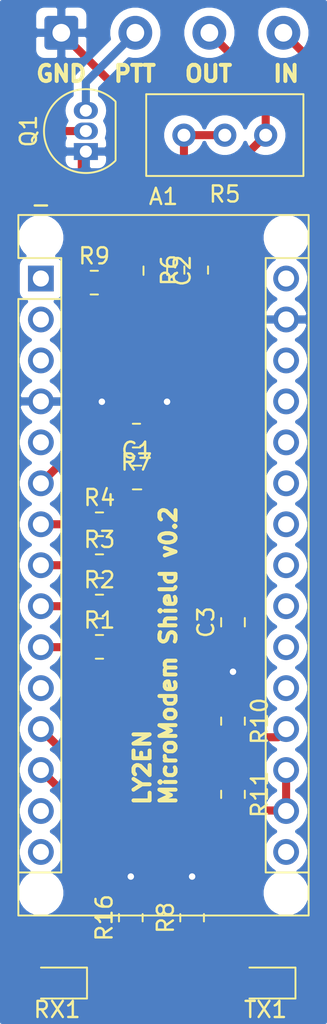
<source format=kicad_pcb>
(kicad_pcb (version 20211014) (generator pcbnew)
  (layers (0 "F.Cu" signal) (31 "B.Cu" signal) (34 "B.Paste" user) (35 "F.Paste" user) (36 "B.SilkS" user "B.Silkscreen") (37 "F.SilkS" user "F.Silkscreen") (38 "B.Mask" user) (39 "F.Mask" user) (44 "Edge.Cuts" user))
  (net 0 "")
  (net 1 "Net-(A1-Pad16)")
  (net 2 "Net-(A1-Pad15)")
  (net 3 "Net-(A1-Pad30)")
  (net 4 "Net-(A1-Pad14)")
  (net 5 "Net-(A1-Pad13)")
  (net 6 "Net-(A1-Pad28)")
  (net 7 "Net-(A1-Pad12)")
  (net 8 "Net-(A1-Pad27)")
  (net 9 "Net-(A1-Pad11)")
  (net 10 "Net-(A1-Pad26)")
  (net 11 "Net-(A1-Pad10)")
  (net 12 "Net-(A1-Pad25)")
  (net 13 "Net-(A1-Pad9)")
  (net 14 "Net-(A1-Pad24)")
  (net 15 "Net-(A1-Pad8)")
  (net 16 "Net-(A1-Pad23)")
  (net 17 "Net-(A1-Pad7)")
  (net 18 "Net-(A1-Pad22)")
  (net 19 "Net-(A1-Pad6)")
  (net 20 "Net-(A1-Pad21)")
  (net 21 "Net-(A1-Pad5)")
  (net 22 "Net-(A1-Pad20)")
  (net 23 "Net-(A1-Pad19)")
  (net 24 "Net-(A1-Pad3)")
  (net 25 "Net-(A1-Pad17)")
  (net 26 "Net-(A1-Pad2)")
  (net 27 "Net-(A1-Pad1)")
  (net 28 "GND")
  (net 29 "Net-(C1-Pad1)")
  (net 30 "Net-(C2-Pad1)")
  (net 31 "ANALOG_IN")
  (net 32 "PTT_V+")
  (net 33 "ANALOG_OUT")
  (net 34 "Net-(R8-Pad1)")
  (net 35 "Net-(R16-Pad1)")
  (footprint "Capacitor_SMD:C_0805_2012Metric_Pad1.18x1.45mm_HandSolder" (layer "F.Cu") (at 92.3375 60.6)
    (fp_text reference "C1" (at 0 -1.68) (layer "F.SilkS"))
    (fp_text value "100nF")
    (fp_line (start -0.261252 0.735) (end 0.261252 0.735) (layer "F.SilkS") (width 0.12))
    (fp_line (start -0.261252 -0.735) (end 0.261252 -0.735) (layer "F.SilkS") (width 0.12))
    (pad "1" smd roundrect locked (at -1.0375 0) (size 1.175 1.45) (layers "F.Cu" "F.Paste" "F.Mask") (roundrect_rratio 0.212766) (net 29 "Net-(C1-Pad1)"))
    (pad "2" smd roundrect locked (at 1.0375 0) (size 1.175 1.45) (layers "F.Cu" "F.Paste" "F.Mask") (roundrect_rratio 0.212766) (net 28 "GND"))
  )
  (footprint "Capacitor_SMD:C_0805_2012Metric_Pad1.18x1.45mm_HandSolder" (layer "F.Cu") (at 98.298 69.5745 90)
    (fp_text reference "C3" (at 0 -1.68 90) (layer "F.SilkS"))
    (fp_text value "1uF")
    (fp_line (start -0.261252 -0.735) (end 0.261252 -0.735) (layer "F.SilkS") (width 0.12))
    (fp_line (start -0.261252 0.735) (end 0.261252 0.735) (layer "F.SilkS") (width 0.12))
    (pad "1" smd roundrect locked (at -1.0375 0 90) (size 1.175 1.45) (layers "F.Cu" "F.Paste" "F.Mask") (roundrect_rratio 0.212766) (net 23 "Net-(A1-Pad19)"))
    (pad "2" smd roundrect locked (at 1.0375 0 90) (size 1.175 1.45) (layers "F.Cu" "F.Paste" "F.Mask") (roundrect_rratio 0.212766) (net 31 "ANALOG_IN"))
  )
  (footprint "Potentiometer_THT:Potentiometer_Bourns_3296W_Vertical" (layer "F.Cu") (at 95.25 39.37 180)
    (fp_text reference "R5" (at -2.54 -3.66) (layer "F.SilkS"))
    (fp_text value "100k")
    (fp_line (start -7.425 -2.53) (end 2.345 -2.53) (layer "F.SilkS") (width 0.12))
    (fp_line (start -7.425 2.54) (end 2.345 2.54) (layer "F.SilkS") (width 0.12))
    (fp_line (start 2.345 -2.53) (end 2.345 2.54) (layer "F.SilkS") (width 0.12))
    (fp_line (start -7.425 -2.53) (end -7.425 2.54) (layer "F.SilkS") (width 0.12))
    (pad "1" thru_hole circle locked (at 0 0 180) (size 1.44 1.44) (drill 0.8) (layers *.Cu *.Mask) (net 30 "Net-(C2-Pad1)"))
    (pad "2" thru_hole circle locked (at -2.54 0 180) (size 1.44 1.44) (drill 0.8) (layers *.Cu *.Mask) (net 30 "Net-(C2-Pad1)"))
    (pad "3" thru_hole circle locked (at -5.08 0 180) (size 1.44 1.44) (drill 0.8) (layers *.Cu *.Mask) (net 33 "ANALOG_OUT"))
  )
  (footprint "Resistor_SMD:R_0805_2012Metric_Pad1.20x1.40mm_HandSolder" (layer "F.Cu") (at 92.3 58 180)
    (fp_text reference "R7" (at 0 -1.65) (layer "F.SilkS"))
    (fp_text value "270")
    (fp_line (start -0.227064 -0.735) (end 0.227064 -0.735) (layer "F.SilkS") (width 0.12))
    (fp_line (start -0.227064 0.735) (end 0.227064 0.735) (layer "F.SilkS") (width 0.12))
    (pad "1" smd roundrect locked (at -1 0 180) (size 1.2 1.4) (layers "F.Cu" "F.Paste" "F.Mask") (roundrect_rratio 0.208333) (net 28 "GND"))
    (pad "2" smd roundrect locked (at 1 0 180) (size 1.2 1.4) (layers "F.Cu" "F.Paste" "F.Mask") (roundrect_rratio 0.208333) (net 29 "Net-(C1-Pad1)"))
  )
  (footprint "Resistor_SMD:R_0805_2012Metric_Pad1.20x1.40mm_HandSolder" (layer "F.Cu") (at 95.758 87.9 90)
    (fp_text reference "R8" (at 0 -1.65 90) (layer "F.SilkS"))
    (fp_text value "270")
    (fp_line (start -0.227064 -0.735) (end 0.227064 -0.735) (layer "F.SilkS") (width 0.12))
    (fp_line (start -0.227064 0.735) (end 0.227064 0.735) (layer "F.SilkS") (width 0.12))
    (pad "1" smd roundrect locked (at -1 0 90) (size 1.2 1.4) (layers "F.Cu" "F.Paste" "F.Mask") (roundrect_rratio 0.208333) (net 34 "Net-(R8-Pad1)"))
    (pad "2" smd roundrect locked (at 1 0 90) (size 1.2 1.4) (layers "F.Cu" "F.Paste" "F.Mask") (roundrect_rratio 0.208333) (net 28 "GND"))
  )
  (footprint "Resistor_SMD:R_0805_2012Metric_Pad1.20x1.40mm_HandSolder" (layer "F.Cu") (at 98.298 80.248 -90)
    (fp_text reference "R11" (at 0 -1.65 90) (layer "F.SilkS"))
    (fp_text value "100k")
    (fp_line (start -0.227064 -0.735) (end 0.227064 -0.735) (layer "F.SilkS") (width 0.12))
    (fp_line (start -0.227064 0.735) (end 0.227064 0.735) (layer "F.SilkS") (width 0.12))
    (pad "1" smd roundrect locked (at -1 0 270) (size 1.2 1.4) (layers "F.Cu" "F.Paste" "F.Mask") (roundrect_rratio 0.208333) (net 23 "Net-(A1-Pad19)"))
    (pad "2" smd roundrect locked (at 1 0 270) (size 1.2 1.4) (layers "F.Cu" "F.Paste" "F.Mask") (roundrect_rratio 0.208333) (net 25 "Net-(A1-Pad17)"))
  )
  (footprint "Resistor_SMD:R_0805_2012Metric_Pad1.20x1.40mm_HandSolder" (layer "F.Cu") (at 91.948 87.9 90)
    (fp_text reference "R16" (at 0 -1.65 90) (layer "F.SilkS"))
    (fp_text value "1k")
    (fp_line (start -0.227064 -0.735) (end 0.227064 -0.735) (layer "F.SilkS") (width 0.12))
    (fp_line (start -0.227064 0.735) (end 0.227064 0.735) (layer "F.SilkS") (width 0.12))
    (pad "1" smd roundrect locked (at -1 0 90) (size 1.2 1.4) (layers "F.Cu" "F.Paste" "F.Mask") (roundrect_rratio 0.208333) (net 35 "Net-(R16-Pad1)"))
    (pad "2" smd roundrect locked (at 1 0 90) (size 1.2 1.4) (layers "F.Cu" "F.Paste" "F.Mask") (roundrect_rratio 0.208333) (net 28 "GND"))
  )
  (footprint "LED_SMD:LED_0805_2012Metric_Pad1.15x1.40mm_HandSolder" (layer "F.Cu") (at 100.321 91.948 180)
    (fp_text reference "TX1" (at 0 -1.65) (layer "F.SilkS"))
    (fp_text value "LED")
    (fp_line (start 1 -0.96) (end -1.86 -0.96) (layer "F.SilkS") (width 0.12))
    (fp_line (start -1.86 0.96) (end 1 0.96) (layer "F.SilkS") (width 0.12))
    (fp_line (start -1.86 -0.96) (end -1.86 0.96) (layer "F.SilkS") (width 0.12))
    (pad "1" smd roundrect locked (at -1.025 0 180) (size 1.15 1.4) (layers "F.Cu" "F.Paste" "F.Mask") (roundrect_rratio 0.217391) (net 34 "Net-(R8-Pad1)"))
    (pad "2" smd roundrect locked (at 1.025 0 180) (size 1.15 1.4) (layers "F.Cu" "F.Paste" "F.Mask") (roundrect_rratio 0.217391) (net 7 "Net-(A1-Pad12)"))
  )
  (footprint "Capacitor_SMD:C_0805_2012Metric_Pad1.18x1.45mm_HandSolder" (layer "F.Cu") (at 93.472 47.7735 -90)
    (fp_text reference "C2" (at 0 -1.68 90) (layer "F.SilkS"))
    (fp_text value "4.7uF")
    (fp_line (start -0.261252 -0.735) (end 0.261252 -0.735) (layer "F.SilkS") (width 0.12))
    (fp_line (start -0.261252 0.735) (end 0.261252 0.735) (layer "F.SilkS") (width 0.12))
    (pad "1" smd roundrect locked (at -1.0375 0 270) (size 1.175 1.45) (layers "F.Cu" "F.Paste" "F.Mask") (roundrect_rratio 0.212766) (net 30 "Net-(C2-Pad1)"))
    (pad "2" smd roundrect locked (at 1.0375 0 270) (size 1.175 1.45) (layers "F.Cu" "F.Paste" "F.Mask") (roundrect_rratio 0.212766) (net 29 "Net-(C1-Pad1)"))
  )
  (footprint "Module:Arduino_Nano_WithMountingHoles" (layer "F.Cu") (at 86.36 48.26)
    (fp_text reference "A1" (at 7.62 -5.08) (layer "F.SilkS"))
    (fp_text value "Arduino_Nano_Every")
    (fp_line (start -1.4 1.27) (end -1.4 39.5) (layer "F.SilkS") (width 0.12))
    (fp_line (start 1.27 -1.27) (end -1.4 -1.27) (layer "F.SilkS") (width 0.12))
    (fp_line (start 16.64 39.5) (end 16.64 -3.94) (layer "F.SilkS") (width 0.12))
    (fp_line (start 13.97 -1.27) (end 13.97 36.83) (layer "F.SilkS") (width 0.12))
    (fp_line (start 16.64 -3.94) (end -1.4 -3.94) (layer "F.SilkS") (width 0.12))
    (fp_line (start 1.27 1.27) (end -1.4 1.27) (layer "F.SilkS") (width 0.12))
    (fp_line (start 1.27 36.83) (end -1.4 36.83) (layer "F.SilkS") (width 0.12))
    (fp_line (start 1.27 1.27) (end 1.27 -1.27) (layer "F.SilkS") (width 0.12))
    (fp_line (start 1.27 1.27) (end 1.27 36.83) (layer "F.SilkS") (width 0.12))
    (fp_line (start 13.97 36.83) (end 16.64 36.83) (layer "F.SilkS") (width 0.12))
    (fp_line (start -1.4 39.5) (end 16.64 39.5) (layer "F.SilkS") (width 0.12))
    (fp_line (start -1.4 -3.94) (end -1.4 -1.27) (layer "F.SilkS") (width 0.12))
    (fp_line (start 13.97 -1.27) (end 16.64 -1.27) (layer "F.SilkS") (width 0.12))
    (pad "" np_thru_hole circle locked (at 0 38.1) (size 1.78 1.78) (drill 1.78) (layers *.Cu *.Mask))
    (pad "" np_thru_hole circle locked (at 15.24 -2.54) (size 1.78 1.78) (drill 1.78) (layers *.Cu *.Mask))
    (pad "" np_thru_hole circle locked (at 0 -2.54) (size 1.78 1.78) (drill 1.78) (layers *.Cu *.Mask))
    (pad "" np_thru_hole circle locked (at 15.24 38.1) (size 1.78 1.78) (drill 1.78) (layers *.Cu *.Mask))
    (pad "1" thru_hole rect locked (at 0 0) (size 1.6 1.6) (drill 1) (layers *.Cu *.Mask) (net 27 "Net-(A1-Pad1)"))
    (pad "2" thru_hole oval locked (at 0 2.54) (size 1.6 1.6) (drill 1) (layers *.Cu *.Mask) (net 26 "Net-(A1-Pad2)"))
    (pad "3" thru_hole oval locked (at 0 5.08) (size 1.6 1.6) (drill 1) (layers *.Cu *.Mask) (net 24 "Net-(A1-Pad3)"))
    (pad "4" thru_hole oval locked (at 0 7.62) (size 1.6 1.6) (drill 1) (layers *.Cu *.Mask) (net 28 "GND"))
    (pad "5" thru_hole oval locked (at 0 10.16) (size 1.6 1.6) (drill 1) (layers *.Cu *.Mask) (net 21 "Net-(A1-Pad5)"))
    (pad "6" thru_hole oval locked (at 0 12.7) (size 1.6 1.6) (drill 1) (layers *.Cu *.Mask) (net 19 "Net-(A1-Pad6)"))
    (pad "7" thru_hole oval locked (at 0 15.24) (size 1.6 1.6) (drill 1) (layers *.Cu *.Mask) (net 17 "Net-(A1-Pad7)"))
    (pad "8" thru_hole oval locked (at 0 17.78) (size 1.6 1.6) (drill 1) (layers *.Cu *.Mask) (net 15 "Net-(A1-Pad8)"))
    (pad "9" thru_hole oval locked (at 0 20.32) (size 1.6 1.6) (drill 1) (layers *.Cu *.Mask) (net 13 "Net-(A1-Pad9)"))
    (pad "10" thru_hole oval locked (at 0 22.86) (size 1.6 1.6) (drill 1) (layers *.Cu *.Mask) (net 11 "Net-(A1-Pad10)"))
    (pad "11" thru_hole oval locked (at 0 25.4) (size 1.6 1.6) (drill 1) (layers *.Cu *.Mask) (net 9 "Net-(A1-Pad11)"))
    (pad "12" thru_hole oval locked (at 0 27.94) (size 1.6 1.6) (drill 1) (layers *.Cu *.Mask) (net 7 "Net-(A1-Pad12)"))
    (pad "13" thru_hole oval locked (at 0 30.48) (size 1.6 1.6) (drill 1) (layers *.Cu *.Mask) (net 5 "Net-(A1-Pad13)"))
    (pad "14" thru_hole oval locked (at 0 33.02) (size 1.6 1.6) (drill 1) (layers *.Cu *.Mask) (net 4 "Net-(A1-Pad14)"))
    (pad "15" thru_hole oval locked (at 0 35.56) (size 1.6 1.6) (drill 1) (layers *.Cu *.Mask) (net 2 "Net-(A1-Pad15)"))
    (pad "16" thru_hole oval locked (at 15.24 35.56) (size 1.6 1.6) (drill 1) (layers *.Cu *.Mask) (net 1 "Net-(A1-Pad16)"))
    (pad "17" thru_hole oval locked (at 15.24 33.02) (size 1.6 1.6) (drill 1) (layers *.Cu *.Mask) (net 25 "Net-(A1-Pad17)"))
    (pad "18" thru_hole oval locked (at 15.24 30.48) (size 1.6 1.6) (drill 1) (layers *.Cu *.Mask) (net 25 "Net-(A1-Pad17)"))
    (pad "19" thru_hole oval locked (at 15.24 27.94) (size 1.6 1.6) (drill 1) (layers *.Cu *.Mask) (net 23 "Net-(A1-Pad19)"))
    (pad "20" thru_hole oval locked (at 15.24 25.4) (size 1.6 1.6) (drill 1) (layers *.Cu *.Mask) (net 22 "Net-(A1-Pad20)"))
    (pad "21" thru_hole oval locked (at 15.24 22.86) (size 1.6 1.6) (drill 1) (layers *.Cu *.Mask) (net 20 "Net-(A1-Pad21)"))
    (pad "22" thru_hole oval locked (at 15.24 20.32) (size 1.6 1.6) (drill 1) (layers *.Cu *.Mask) (net 18 "Net-(A1-Pad22)"))
    (pad "23" thru_hole oval locked (at 15.24 17.78) (size 1.6 1.6) (drill 1) (layers *.Cu *.Mask) (net 16 "Net-(A1-Pad23)"))
    (pad "24" thru_hole oval locked (at 15.24 15.24) (size 1.6 1.6) (drill 1) (layers *.Cu *.Mask) (net 14 "Net-(A1-Pad24)"))
    (pad "25" thru_hole oval locked (at 15.24 12.7) (size 1.6 1.6) (drill 1) (layers *.Cu *.Mask) (net 12 "Net-(A1-Pad25)"))
    (pad "26" thru_hole oval locked (at 15.24 10.16) (size 1.6 1.6) (drill 1) (layers *.Cu *.Mask) (net 10 "Net-(A1-Pad26)"))
    (pad "27" thru_hole oval locked (at 15.24 7.62) (size 1.6 1.6) (drill 1) (layers *.Cu *.Mask) (net 8 "Net-(A1-Pad27)"))
    (pad "28" thru_hole oval locked (at 15.24 5.08) (size 1.6 1.6) (drill 1) (layers *.Cu *.Mask) (net 6 "Net-(A1-Pad28)"))
    (pad "29" thru_hole oval locked (at 15.24 2.54) (size 1.6 1.6) (drill 1) (layers *.Cu *.Mask) (net 28 "GND"))
    (pad "30" thru_hole oval locked (at 15.24 0) (size 1.6 1.6) (drill 1) (layers *.Cu *.Mask) (net 3 "Net-(A1-Pad30)"))
  )
  (footprint "Resistor_SMD:R_0805_2012Metric_Pad1.20x1.40mm_HandSolder" (layer "F.Cu") (at 96.012 47.736 90)
    (fp_text reference "R6" (at 0 -1.65 90) (layer "F.SilkS"))
    (fp_text value "1k")
    (fp_line (start -0.227064 0.735) (end 0.227064 0.735) (layer "F.SilkS") (width 0.12))
    (fp_line (start -0.227064 -0.735) (end 0.227064 -0.735) (layer "F.SilkS") (width 0.12))
    (pad "1" smd roundrect locked (at -1 0 90) (size 1.2 1.4) (layers "F.Cu" "F.Paste" "F.Mask") (roundrect_rratio 0.208333) (net 28 "GND"))
    (pad "2" smd roundrect locked (at 1 0 90) (size 1.2 1.4) (layers "F.Cu" "F.Paste" "F.Mask") (roundrect_rratio 0.208333) (net 33 "ANALOG_OUT"))
  )
  (footprint "Resistor_SMD:R_0805_2012Metric_Pad1.20x1.40mm_HandSolder" (layer "F.Cu") (at 89.678 48.514)
    (fp_text reference "R9" (at 0 -1.65) (layer "F.SilkS"))
    (fp_text value "10k")
    (fp_line (start -0.227064 0.735) (end 0.227064 0.735) (layer "F.SilkS") (width 0.12))
    (fp_line (start -0.227064 -0.735) (end 0.227064 -0.735) (layer "F.SilkS") (width 0.12))
    (pad "1" smd roundrect locked (at -1 0) (size 1.2 1.4) (layers "F.Cu" "F.Paste" "F.Mask") (roundrect_rratio 0.208333) (net 19 "Net-(A1-Pad6)"))
    (pad "2" smd roundrect locked (at 1 0) (size 1.2 1.4) (layers "F.Cu" "F.Paste" "F.Mask") (roundrect_rratio 0.208333) (net 28 "GND"))
  )
  (footprint "Resistor_SMD:R_0805_2012Metric_Pad1.20x1.40mm_HandSolder" (layer "F.Cu") (at 90 71.1)
    (fp_text reference "R1" (at 0 -1.65) (layer "F.SilkS"))
    (fp_text value "1k")
    (fp_line (start -0.227064 0.735) (end 0.227064 0.735) (layer "F.SilkS") (width 0.12))
    (fp_line (start -0.227064 -0.735) (end 0.227064 -0.735) (layer "F.SilkS") (width 0.12))
    (pad "1" smd roundrect locked (at -1 0) (size 1.2 1.4) (layers "F.Cu" "F.Paste" "F.Mask") (roundrect_rratio 0.208333) (net 11 "Net-(A1-Pad10)"))
    (pad "2" smd roundrect locked (at 1 0) (size 1.2 1.4) (layers "F.Cu" "F.Paste" "F.Mask") (roundrect_rratio 0.208333) (net 29 "Net-(C1-Pad1)"))
  )
  (footprint "Resistor_SMD:R_0805_2012Metric_Pad1.20x1.40mm_HandSolder" (layer "F.Cu") (at 90 68.6)
    (fp_text reference "R2" (at 0 -1.65) (layer "F.SilkS"))
    (fp_text value "2k2")
    (fp_line (start -0.227064 -0.735) (end 0.227064 -0.735) (layer "F.SilkS") (width 0.12))
    (fp_line (start -0.227064 0.735) (end 0.227064 0.735) (layer "F.SilkS") (width 0.12))
    (pad "1" smd roundrect locked (at -1 0) (size 1.2 1.4) (layers "F.Cu" "F.Paste" "F.Mask") (roundrect_rratio 0.208333) (net 13 "Net-(A1-Pad9)"))
    (pad "2" smd roundrect locked (at 1 0) (size 1.2 1.4) (layers "F.Cu" "F.Paste" "F.Mask") (roundrect_rratio 0.208333) (net 29 "Net-(C1-Pad1)"))
  )
  (footprint "Resistor_SMD:R_0805_2012Metric_Pad1.20x1.40mm_HandSolder" (layer "F.Cu") (at 90 66.1)
    (fp_text reference "R3" (at 0 -1.65) (layer "F.SilkS"))
    (fp_text value "3k9")
    (fp_line (start -0.227064 0.735) (end 0.227064 0.735) (layer "F.SilkS") (width 0.12))
    (fp_line (start -0.227064 -0.735) (end 0.227064 -0.735) (layer "F.SilkS") (width 0.12))
    (pad "1" smd roundrect locked (at -1 0) (size 1.2 1.4) (layers "F.Cu" "F.Paste" "F.Mask") (roundrect_rratio 0.208333) (net 15 "Net-(A1-Pad8)"))
    (pad "2" smd roundrect locked (at 1 0) (size 1.2 1.4) (layers "F.Cu" "F.Paste" "F.Mask") (roundrect_rratio 0.208333) (net 29 "Net-(C1-Pad1)"))
  )
  (footprint "Resistor_SMD:R_0805_2012Metric_Pad1.20x1.40mm_HandSolder" (layer "F.Cu") (at 90 63.5)
    (fp_text reference "R4" (at 0 -1.65) (layer "F.SilkS"))
    (fp_text value "8k2")
    (fp_line (start -0.227064 0.735) (end 0.227064 0.735) (layer "F.SilkS") (width 0.12))
    (fp_line (start -0.227064 -0.735) (end 0.227064 -0.735) (layer "F.SilkS") (width 0.12))
    (pad "1" smd roundrect locked (at -1 0) (size 1.2 1.4) (layers "F.Cu" "F.Paste" "F.Mask") (roundrect_rratio 0.208333) (net 17 "Net-(A1-Pad7)"))
    (pad "2" smd roundrect locked (at 1 0) (size 1.2 1.4) (layers "F.Cu" "F.Paste" "F.Mask") (roundrect_rratio 0.208333) (net 29 "Net-(C1-Pad1)"))
  )
  (footprint "Resistor_SMD:R_0805_2012Metric_Pad1.20x1.40mm_HandSolder" (layer "F.Cu") (at 98.298 75.708 -90)
    (fp_text reference "R10" (at 0 -1.65 90) (layer "F.SilkS"))
    (fp_text value "100k")
    (fp_line (start -0.227064 -0.735) (end 0.227064 -0.735) (layer "F.SilkS") (width 0.12))
    (fp_line (start -0.227064 0.735) (end 0.227064 0.735) (layer "F.SilkS") (width 0.12))
    (pad "1" smd roundrect locked (at -1 0 270) (size 1.2 1.4) (layers "F.Cu" "F.Paste" "F.Mask") (roundrect_rratio 0.208333) (net 28 "GND"))
    (pad "2" smd roundrect locked (at 1 0 270) (size 1.2 1.4) (layers "F.Cu" "F.Paste" "F.Mask") (roundrect_rratio 0.208333) (net 23 "Net-(A1-Pad19)"))
  )
  (footprint "LED_SMD:LED_0805_2012Metric_Pad1.15x1.40mm_HandSolder" (layer "F.Cu") (at 87.367 91.948 180)
    (fp_text reference "RX1" (at 0 -1.65) (layer "F.SilkS"))
    (fp_text value "LED")
    (fp_line (start -1.86 -0.96) (end -1.86 0.96) (layer "F.SilkS") (width 0.12))
    (fp_line (start -1.86 0.96) (end 1 0.96) (layer "F.SilkS") (width 0.12))
    (fp_line (start 1 -0.96) (end -1.86 -0.96) (layer "F.SilkS") (width 0.12))
    (pad "1" smd roundrect locked (at -1.025 0 180) (size 1.15 1.4) (layers "F.Cu" "F.Paste" "F.Mask") (roundrect_rratio 0.217391) (net 35 "Net-(R16-Pad1)"))
    (pad "2" smd roundrect locked (at 1.025 0 180) (size 1.15 1.4) (layers "F.Cu" "F.Paste" "F.Mask") (roundrect_rratio 0.217391) (net 5 "Net-(A1-Pad13)"))
  )
  (footprint "Package_TO_SOT_THT:TO-92_Inline" (layer "F.Cu") (at 89.154 40.386 90)
    (fp_text reference "Q1" (at 1.27 -3.56 90) (layer "F.SilkS"))
    (fp_text value "2N7000")
    (fp_line (start -0.53 1.85) (end 3.07 1.85) (layer "F.SilkS") (width 0.12))
    (fp_arc (start 1.27 -2.6) (mid 3.672087 -0.994977) (end 3.108478 1.838478) (layer "F.SilkS") (width 0.12))
    (fp_arc (start -0.568478 1.838478) (mid -1.132087 -0.994977) (end 1.27 -2.6) (layer "F.SilkS") (width 0.12))
    (pad "1" thru_hole rect locked (at 0 0 90) (size 1.05 1.5) (drill 0.75) (layers *.Cu *.Mask) (net 28 "GND"))
    (pad "2" thru_hole oval locked (at 1.27 0 90) (size 1.05 1.5) (drill 0.75) (layers *.Cu *.Mask) (net 19 "Net-(A1-Pad6)"))
    (pad "3" thru_hole oval locked (at 2.54 0 90) (size 1.05 1.5) (drill 0.75) (layers *.Cu *.Mask) (net 32 "PTT_V+"))
  )
  (footprint "Connector_Wire:SolderWire-0.5sqmm_1x04_P4.6mm_D0.9mm_OD2.1mm" (layer "F.Cu") (at 87.63 33.02)
    (fp_text reference "_" (at -1.27 10.16) (layer "F.SilkS"))
    (fp_text value "SolderWire")
    (pad "1" thru_hole roundrect locked (at 0 0) (size 2.1 2.1) (drill 1.1) (layers *.Cu *.Mask) (roundrect_rratio 0.119048) (net 28 "GND"))
    (pad "2" thru_hole circle locked (at 4.6 0) (size 2.1 2.1) (drill 1.1) (layers *.Cu *.Mask) (net 32 "PTT_V+"))
    (pad "3" thru_hole circle locked (at 9.2 0) (size 2.1 2.1) (drill 1.1) (layers *.Cu *.Mask) (net 33 "ANALOG_OUT"))
    (pad "4" thru_hole circle locked (at 13.8 0) (size 2.1 2.1) (drill 1.1) (layers *.Cu *.Mask) (net 31 "ANALOG_IN"))
  )
  (gr_text "IN" (at 101.6 35.56) (layer "F.SilkS") (effects (font (size 1 1) (thickness 0.25))))
  (gr_text "GND" (at 87.63 35.56) (layer "F.SilkS") (effects (font (size 1 1) (thickness 0.25))))
  (gr_text "OUT" (at 96.774 35.56) (layer "F.SilkS") (effects (font (size 1 1) (thickness 0.25))))
  (gr_text "LY2EN \nMicroModem Shield v0.2" (at 93.472 81.026 90) (layer "F.SilkS") (effects (font (size 1 1) (thickness 0.25)) (justify left)))
  (gr_text "PTT" (at 92.202 35.56) (layer "F.SilkS") (effects (font (size 1 1) (thickness 0.25))))
  (segment (start 88.646 89.644) (end 86.342 91.948) (width 0.5) (layer "F.Cu") (net 5))
  (segment (start 88.646 81.026) (end 88.646 89.644) (width 0.5) (layer "F.Cu") (net 5))
  (segment (start 86.36 78.74) (end 88.646 81.026) (width 0.5) (layer "F.Cu") (net 5))
  (segment (start 99.296 91.948) (end 97.282 91.948) (width 0.5) (layer "F.Cu") (net 7))
  (segment (start 93.98 83.82) (end 93.98 89.662) (width 0.5) (layer "F.Cu") (net 7))
  (segment (start 97.282 91.948) (end 97.19281 91.948) (width 0.5) (layer "F.Cu") (net 7))
  (segment (start 96.266 91.948) (end 97.282 91.948) (width 0.5) (layer "F.Cu") (net 7))
  (segment (start 93.98 89.662) (end 96.266 91.948) (width 0.5) (layer "F.Cu") (net 7))
  (segment (start 86.36 76.2) (end 93.98 83.82) (width 0.5) (layer "F.Cu") (net 7))
  (segment (start 88.98 71.12) (end 89 71.1) (width 0.5) (layer "F.Cu") (net 11))
  (segment (start 86.16 71.32) (end 86.36 71.12) (width 0.5) (layer "F.Cu") (net 11))
  (segment (start 86.36 71.12) (end 88.98 71.12) (width 0.5) (layer "F.Cu") (net 11))
  (segment (start 86.36 68.58) (end 88.98 68.58) (width 0.5) (layer "F.Cu") (net 13))
  (segment (start 88.98 68.58) (end 89 68.6) (width 0.5) (layer "F.Cu") (net 13))
  (segment (start 88.94 66.04) (end 89 66.1) (width 0.5) (layer "F.Cu") (net 15))
  (segment (start 86.36 66.04) (end 88.94 66.04) (width 0.5) (layer "F.Cu") (net 15))
  (segment (start 86.36 63.5) (end 89 63.5) (width 0.5) (layer "F.Cu") (net 17))
  (segment (start 88.678 48.514) (end 88.678 43.294002) (width 0.5) (layer "F.Cu") (net 19))
  (segment (start 86.36 60.96) (end 88.678 58.642) (width 0.5) (layer "F.Cu") (net 19))
  (segment (start 89.154 39.116) (end 86.614 39.116) (width 0.5) (layer "F.Cu") (net 19))
  (segment (start 88.678 43.294002) (end 86.554999 41.171001) (width 0.5) (layer "F.Cu") (net 19))
  (segment (start 88.678 58.642) (end 88.678 48.514) (width 0.5) (layer "F.Cu") (net 19))
  (segment (start 86.554999 39.191001) (end 86.63 39.116) (width 0.5) (layer "F.Cu") (net 19))
  (segment (start 86.554999 41.171001) (end 86.554999 39.191001) (width 0.5) (layer "F.Cu") (net 19))
  (segment (start 98.298 76.708) (end 101.092 76.708) (width 0.5) (layer "F.Cu") (net 23))
  (segment (start 98.298 76.708) (end 96.012 74.422) (width 0.5) (layer "F.Cu") (net 23))
  (segment (start 96.012 74.422) (end 96.012 72.898) (width 0.5) (layer "F.Cu") (net 23))
  (segment (start 101.092 76.708) (end 101.6 76.2) (width 0.5) (layer "F.Cu") (net 23))
  (segment (start 98.298 79.248) (end 98.298 76.708) (width 0.5) (layer "F.Cu") (net 23))
  (segment (start 96.012 72.898) (end 98.298 70.612) (width 0.5) (layer "F.Cu") (net 23))
  (segment (start 98.298 81.248) (end 101.568 81.248) (width 0.5) (layer "F.Cu") (net 25))
  (segment (start 101.568 81.248) (end 101.6 81.28) (width 0.5) (layer "F.Cu") (net 25))
  (segment (start 101.6 81.28) (end 101.6 78.74) (width 0.5) (layer "F.Cu") (net 25))
  (segment (start 90.678 48.514) (end 90.678 55.372) (width 0.5) (layer "F.Cu") (net 28))
  (segment (start 96.012 54.088) (end 94.2 55.9) (width 0.5) (layer "F.Cu") (net 28))
  (segment (start 91.694 39.116) (end 91.694 37.084) (width 0.5) (layer "F.Cu") (net 28))
  (segment (start 90.424 40.386) (end 91.694 39.116) (width 0.5) (layer "F.Cu") (net 28))
  (segment (start 93.375 60.6) (end 93.375 56.725) (width 0.5) (layer "F.Cu") (net 28))
  (segment (start 88.9 41.656) (end 90.678 43.434) (width 0.5) (layer "F.Cu") (net 28))
  (segment (start 96.012 48.736) (end 96.012 54.088) (width 0.5) (layer "F.Cu") (net 28))
  (segment (start 90.678 55.372) (end 90.15 55.9) (width 0.5) (layer "F.Cu") (net 28))
  (segment (start 91.694 37.084) (end 90.22901 35.61901) (width 0.5) (layer "F.Cu") (net 28))
  (segment (start 89.154 40.386) (end 90.424 40.386) (width 0.5) (layer "F.Cu") (net 28))
  (segment (start 98.298 72.644) (end 98.298 74.708) (width 0.5) (layer "F.Cu") (net 28))
  (segment (start 95.758 85.344) (end 95.758 86.9) (width 0.5) (layer "F.Cu") (net 28))
  (segment (start 90.22901 35.61901) (end 87.63 33.02) (width 0.5) (layer "F.Cu") (net 28))
  (segment (start 88.9 40.64) (end 89.154 40.386) (width 0.5) (layer "F.Cu") (net 28))
  (segment (start 93.375 56.725) (end 94.2 55.9) (width 0.5) (layer "F.Cu") (net 28))
  (segment (start 90.678 48.514) (end 90.678 43.434) (width 0.5) (layer "F.Cu") (net 28))
  (segment (start 91.948 85.344) (end 91.948 86.9) (width 0.5) (layer "F.Cu") (net 28))
  (segment (start 88.9 41.656) (end 88.9 40.64) (width 0.5) (layer "F.Cu") (net 28))
  (via (at 90.15 55.9) (size 0.8) (drill 0.4) (layers "F.Cu" "B.Cu") (net 28))
  (via (at 91.948 85.344) (size 0.8) (drill 0.4) (layers "F.Cu" "B.Cu") (net 28))
  (via (at 94.2 55.9) (size 0.8) (drill 0.4) (layers "F.Cu" "B.Cu") (net 28))
  (via (at 98.298 72.644) (size 0.8) (drill 0.4) (layers "F.Cu" "B.Cu") (net 28))
  (via (at 95.758 85.344) (size 0.8) (drill 0.4) (layers "F.Cu" "B.Cu") (net 28))
  (segment (start 94.32 55.88) (end 94.32 55.88) (width 0.5) (layer "B.Cu") (net 28))
  (segment (start 90.15 55.9) (end 86.38 55.9) (width 0.5) (layer "B.Cu") (net 28))
  (segment (start 86.38 55.9) (end 86.36 55.88) (width 0.5) (layer "B.Cu") (net 28))
  (segment (start 95.758 85.344) (end 91.948 85.344) (width 0.5) (layer "B.Cu") (net 28))
  (segment (start 96.5 84.602) (end 95.758 85.344) (width 0.5) (layer "B.Cu") (net 28))
  (segment (start 96.5 55.9) (end 96.5 70.846) (width 0.5) (layer "B.Cu") (net 28))
  (segment (start 96.5 70.846) (end 98.298 72.644) (width 0.5) (layer "B.Cu") (net 28))
  (segment (start 96.5 70.846) (end 96.5 84.602) (width 0.5) (layer "B.Cu") (net 28))
  (segment (start 94.2 55.9) (end 90.15 55.9) (width 0.5) (layer "B.Cu") (net 28))
  (segment (start 94.2 55.9) (end 96.5 55.9) (width 0.5) (layer "B.Cu") (net 28))
  (segment (start 93.472 54.102) (end 91.3 56.274) (width 0.5) (layer "F.Cu") (net 29))
  (segment (start 91 71.1) (end 91 68.6) (width 0.5) (layer "F.Cu") (net 29))
  (segment (start 91.3 60.6) (end 91.3 58) (width 0.5) (layer "F.Cu") (net 29))
  (segment (start 91 66.1) (end 91 63.5) (width 0.5) (layer "F.Cu") (net 29))
  (segment (start 91 63.5) (end 91 60.9) (width 0.5) (layer "F.Cu") (net 29))
  (segment (start 91 68.6) (end 91 66.1) (width 0.5) (layer "F.Cu") (net 29))
  (segment (start 91 60.9) (end 91.3 60.6) (width 0.5) (layer "F.Cu") (net 29))
  (segment (start 91.3 56.274) (end 91.3 58) (width 0.5) (layer "F.Cu") (net 29))
  (segment (start 93.472 48.811) (end 93.472 50.52) (width 0.5) (layer "F.Cu") (net 29))
  (segment (start 93.472 50.52) (end 93.472 54.102) (width 0.5) (layer "F.Cu") (net 29))
  (segment (start 95.25 39.37) (end 95.25 42.628) (width 0.5) (layer "F.Cu") (net 30))
  (segment (start 97.79 39.37) (end 95.25 39.37) (width 0.5) (layer "F.Cu") (net 30))
  (segment (start 93.472 46.736) (end 93.472 44.406) (width 0.5) (layer "F.Cu") (net 30))
  (segment (start 95.25 42.628) (end 93.472 44.406) (width 0.5) (layer "F.Cu") (net 30))
  (segment (start 98.298 43.942) (end 98.298 68.537) (width 0.5) (layer "F.Cu") (net 31))
  (segment (start 102.616 34.206) (end 101.43 33.02) (width 0.5) (layer "F.Cu") (net 31))
  (segment (start 98.298 43.942) (end 102.616 39.624) (width 0.5) (layer "F.Cu") (net 31))
  (segment (start 102.616 39.624) (end 102.616 34.206) (width 0.5) (layer "F.Cu") (net 31))
  (segment (start 89.154 37.846) (end 89.154 36.096) (width 0.5) (layer "B.Cu") (net 32))
  (segment (start 89.154 36.096) (end 92.23 33.02) (width 0.5) (layer "B.Cu") (net 32))
  (segment (start 100.33 36.52) (end 100.33 39.37) (width 0.5) (layer "F.Cu") (net 33))
  (segment (start 96.83 33.02) (end 100.33 36.52) (width 0.5) (layer "F.Cu") (net 33))
  (segment (start 100.33 39.37) (end 96.012 43.688) (width 0.5) (layer "F.Cu") (net 33))
  (segment (start 96.012 43.688) (end 96.012 44.45) (width 0.5) (layer "F.Cu") (net 33))
  (segment (start 96.012 46.736) (end 96.012 44.45) (width 0.5) (layer "F.Cu") (net 33))
  (segment (start 98.298 88.9) (end 95.758 88.9) (width 0.5) (layer "F.Cu") (net 34))
  (segment (start 101.346 91.948) (end 98.298 88.9) (width 0.5) (layer "F.Cu") (net 34))
  (segment (start 88.9 91.948) (end 91.948 88.9) (width 0.5) (layer "F.Cu") (net 35))
  (segment (start 88.392 91.948) (end 88.9 91.948) (width 0.5) (layer "F.Cu") (net 35))
  (zone (net 28) (net_name "GND") (layer "B.Cu") (connect_pads (clearance 0.508)) (min_thickness 0.254) (fill yes (thermal_gap 0.508) (thermal_bridge_width 0.508))
    (polygon (pts (xy 104.14 94.488) (xy 83.82 94.488) (xy 83.82 30.988) (xy 104.14 30.988)))
  )
)
</source>
